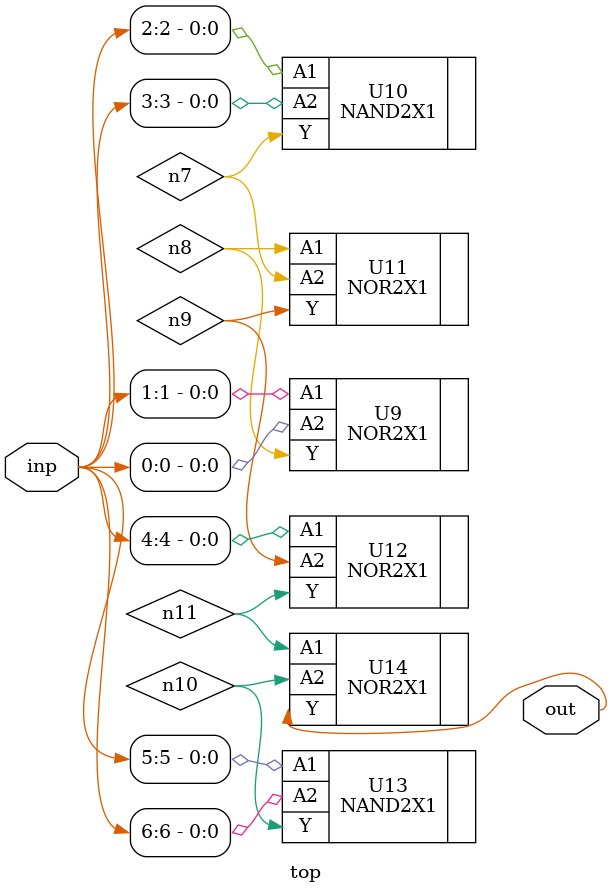
<source format=sv>


module top ( inp, out );
  input [6:0] inp;
  output out;
  wire   n7, n8, n9, n10, n11;

  NOR2X1 U9 ( .A1(inp[1]), .A2(inp[0]), .Y(n8) );
  NAND2X1 U10 ( .A1(inp[2]), .A2(inp[3]), .Y(n7) );
  NOR2X1 U11 ( .A1(n8), .A2(n7), .Y(n9) );
  NOR2X1 U12 ( .A1(inp[4]), .A2(n9), .Y(n11) );
  NAND2X1 U13 ( .A1(inp[5]), .A2(inp[6]), .Y(n10) );
  NOR2X1 U14 ( .A1(n11), .A2(n10), .Y(out) );
endmodule


</source>
